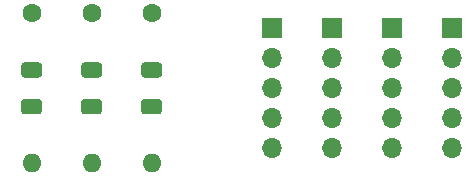
<source format=gbr>
G04 #@! TF.GenerationSoftware,KiCad,Pcbnew,8.0.3+1*
G04 #@! TF.CreationDate,2024-08-19T06:56:22+00:00*
G04 #@! TF.ProjectId,DDT_i2c_proto_breakboard,4444545f-6932-4635-9f70-726f746f5f62,r1*
G04 #@! TF.SameCoordinates,Original*
G04 #@! TF.FileFunction,Soldermask,Bot*
G04 #@! TF.FilePolarity,Negative*
%FSLAX46Y46*%
G04 Gerber Fmt 4.6, Leading zero omitted, Abs format (unit mm)*
G04 Created by KiCad (PCBNEW 8.0.3+1) date 2024-08-19 06:56:22*
%MOMM*%
%LPD*%
G01*
G04 APERTURE LIST*
%ADD10R,1.700000X1.700000*%
%ADD11O,1.700000X1.700000*%
%ADD12C,1.600000*%
%ADD13O,1.600000X1.600000*%
G04 APERTURE END LIST*
D10*
X142240000Y-71125000D03*
D11*
X142240000Y-73665000D03*
X142240000Y-76205000D03*
X142240000Y-78745000D03*
X142240000Y-81285000D03*
D10*
X147320000Y-71125000D03*
D11*
X147320000Y-73665000D03*
X147320000Y-76205000D03*
X147320000Y-78745000D03*
X147320000Y-81285000D03*
D10*
X137160000Y-71125000D03*
D11*
X137160000Y-73665000D03*
X137160000Y-76205000D03*
X137160000Y-78745000D03*
X137160000Y-81285000D03*
D12*
X121920000Y-69850000D03*
D13*
X121920000Y-82550000D03*
D12*
X127000000Y-69850000D03*
D13*
X127000000Y-82550000D03*
D12*
X116840000Y-69850000D03*
D13*
X116840000Y-82550000D03*
D10*
X152400000Y-71125000D03*
D11*
X152400000Y-73665000D03*
X152400000Y-76205000D03*
X152400000Y-78745000D03*
X152400000Y-81285000D03*
G36*
G01*
X116215000Y-74000000D02*
X117465000Y-74000000D01*
G75*
G02*
X117715000Y-74250000I0J-250000D01*
G01*
X117715000Y-75050000D01*
G75*
G02*
X117465000Y-75300000I-250000J0D01*
G01*
X116215000Y-75300000D01*
G75*
G02*
X115965000Y-75050000I0J250000D01*
G01*
X115965000Y-74250000D01*
G75*
G02*
X116215000Y-74000000I250000J0D01*
G01*
G37*
G36*
G01*
X116215000Y-77100000D02*
X117465000Y-77100000D01*
G75*
G02*
X117715000Y-77350000I0J-250000D01*
G01*
X117715000Y-78150000D01*
G75*
G02*
X117465000Y-78400000I-250000J0D01*
G01*
X116215000Y-78400000D01*
G75*
G02*
X115965000Y-78150000I0J250000D01*
G01*
X115965000Y-77350000D01*
G75*
G02*
X116215000Y-77100000I250000J0D01*
G01*
G37*
G36*
G01*
X121295000Y-74000000D02*
X122545000Y-74000000D01*
G75*
G02*
X122795000Y-74250000I0J-250000D01*
G01*
X122795000Y-75050000D01*
G75*
G02*
X122545000Y-75300000I-250000J0D01*
G01*
X121295000Y-75300000D01*
G75*
G02*
X121045000Y-75050000I0J250000D01*
G01*
X121045000Y-74250000D01*
G75*
G02*
X121295000Y-74000000I250000J0D01*
G01*
G37*
G36*
G01*
X121295000Y-77100000D02*
X122545000Y-77100000D01*
G75*
G02*
X122795000Y-77350000I0J-250000D01*
G01*
X122795000Y-78150000D01*
G75*
G02*
X122545000Y-78400000I-250000J0D01*
G01*
X121295000Y-78400000D01*
G75*
G02*
X121045000Y-78150000I0J250000D01*
G01*
X121045000Y-77350000D01*
G75*
G02*
X121295000Y-77100000I250000J0D01*
G01*
G37*
G36*
G01*
X126375000Y-74000000D02*
X127625000Y-74000000D01*
G75*
G02*
X127875000Y-74250000I0J-250000D01*
G01*
X127875000Y-75050000D01*
G75*
G02*
X127625000Y-75300000I-250000J0D01*
G01*
X126375000Y-75300000D01*
G75*
G02*
X126125000Y-75050000I0J250000D01*
G01*
X126125000Y-74250000D01*
G75*
G02*
X126375000Y-74000000I250000J0D01*
G01*
G37*
G36*
G01*
X126375000Y-77100000D02*
X127625000Y-77100000D01*
G75*
G02*
X127875000Y-77350000I0J-250000D01*
G01*
X127875000Y-78150000D01*
G75*
G02*
X127625000Y-78400000I-250000J0D01*
G01*
X126375000Y-78400000D01*
G75*
G02*
X126125000Y-78150000I0J250000D01*
G01*
X126125000Y-77350000D01*
G75*
G02*
X126375000Y-77100000I250000J0D01*
G01*
G37*
M02*

</source>
